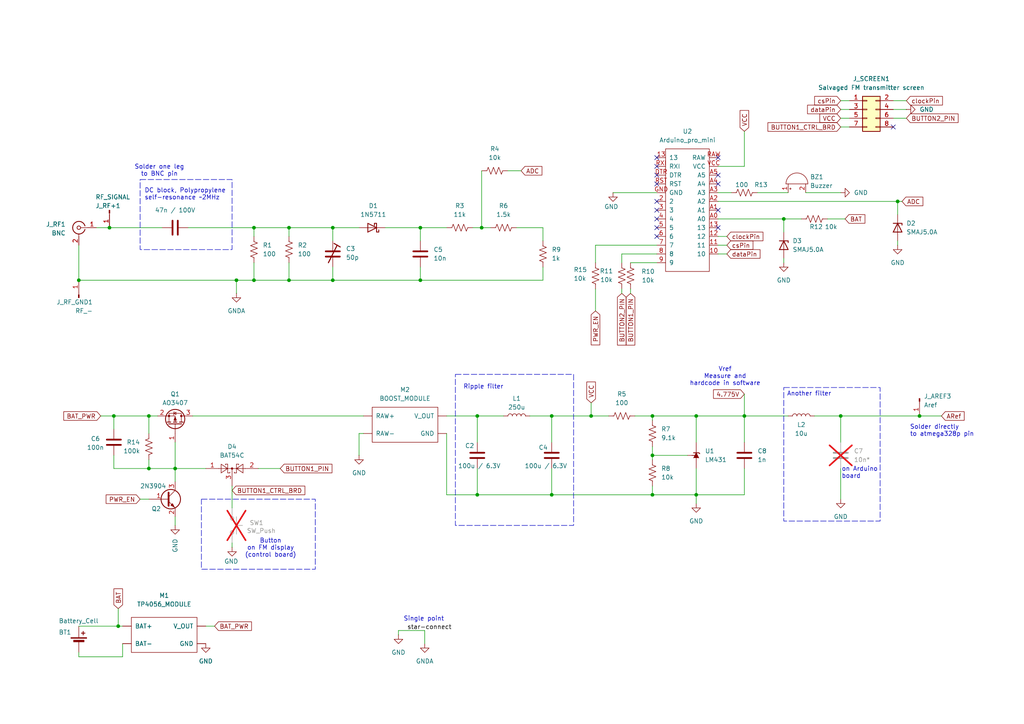
<source format=kicad_sch>
(kicad_sch (version 20231120) (generator "eeschema") (generator_version "8.0")
  (paper "A4")
  (lib_symbols
    (symbol "!my-kicad-library:2N3904" (pin_names (offset 0) hide)
      (property "Reference" "Q" (at 5.08 1.905 0))
      (property "Value" "2N3904" (at 5.08 0 0))
      (symbol "2N3904_0_1"
        (polyline (pts (xy 0.635 0.635) (xy 2.54 2.54)))
        (polyline (pts (xy 0.635 -0.635) (xy 2.54 -2.54) (xy 2.54 -2.54)))
        (polyline (pts (xy 0.635 1.905) (xy 0.635 -1.905) (xy 0.635 -1.905)) (stroke (width 0.508)))
        (polyline (pts (xy 1.27 -1.778) (xy 1.778 -1.27) (xy 2.286 -2.286) (xy 1.27 -1.778) (xy 1.27 -1.778)) (fill (type outline)))
        (circle (center 1.27 0) (radius 2.8194) (stroke (width 0.254)))
      )
      (symbol "2N3904_1_1"
        (pin passive line (at -5.08 0 0) (length 5.715) (name "B") (number "1"))
        (pin passive line (at 2.54 -5.08 90) (length 2.54) (name "E") (number "2"))
        (pin passive line (at 2.54 5.08 270) (length 2.54) (name "C") (number "3"))
      )
    )
    (symbol "!my-kicad-library:AO3407" (pin_names hide)
      (property "Reference" "Q1" (at 0 8.4115 90))
      (property "Value" "AO3407" (at 0 5.6364 90))
      (symbol "AO3407_0_1"
        (polyline (pts (xy 0.254 0) (xy -2.54 0)))
        (polyline (pts (xy 0.254 1.905) (xy 0.254 -1.905)) (stroke (width 0.254)))
        (polyline (pts (xy 0.762 -1.27) (xy 0.762 -2.286)) (stroke (width 0.254)))
        (polyline (pts (xy 0.762 0.508) (xy 0.762 -0.508)) (stroke (width 0.254)))
        (polyline (pts (xy 0.762 2.286) (xy 0.762 1.27)) (stroke (width 0.254)))
        (polyline (pts (xy 2.54 2.54) (xy 2.54 1.778)))
        (polyline (pts (xy 2.54 -2.54) (xy 2.54 0) (xy 0.762 0)))
        (polyline (pts (xy 0.762 1.778) (xy 3.302 1.778) (xy 3.302 -1.778) (xy 0.762 -1.778)))
        (polyline (pts (xy 2.286 0) (xy 1.27 0.381) (xy 1.27 -0.381) (xy 2.286 0)) (fill (type outline)))
        (polyline (pts (xy 2.794 -0.508) (xy 2.921 -0.381) (xy 3.683 -0.381) (xy 3.81 -0.254)))
        (polyline (pts (xy 3.302 -0.381) (xy 2.921 0.254) (xy 3.683 0.254) (xy 3.302 -0.381)))
        (circle (center 1.651 0) (radius 2.794) (stroke (width 0.254)))
        (circle (center 2.54 -1.778) (radius 0.254) (fill (type outline)))
        (circle (center 2.54 1.778) (radius 0.254) (fill (type outline)))
      )
      (symbol "AO3407_1_1"
        (pin input line (at -5.08 0 0) (length 2.54) (name "G") (number "1"))
        (pin passive line (at 2.54 -5.08 90) (length 2.54) (name "S") (number "2"))
        (pin passive line (at 2.54 5.08 270) (length 2.54) (name "D") (number "3"))
      )
    )
    (symbol "!my-kicad-library:Arduino_pro_mini" (pin_names (offset 1.016))
      (property "Reference" "U" (at -15.24 -2.54 0))
      (property "Value" "Arduino_pro_mini" (at 0 -20.32 0))
      (property "Footprint" "!my-kicad-library:ARDUINO_PRO_MINI_NO_A5" (at 0.762 -25.4 0))
      (symbol "Arduino_pro_mini_0_1"
        (rectangle (start -6.35 17.78) (end 6.35 -17.78))
      )
      (symbol "Arduino_pro_mini_1_1"
        (pin bidirectional line (at 8.89 -12.7 180) (length 2.54) (name "10") (number "10"))
        (pin bidirectional line (at 8.89 -10.16 180) (length 2.54) (name "11") (number "11"))
        (pin bidirectional line (at 8.89 -7.62 180) (length 2.54) (name "12") (number "12"))
        (pin bidirectional line (at -8.89 15.24 0) (length 2.54) (name "13") (number "13"))
        (pin bidirectional line (at 8.89 -5.08 180) (length 2.54) (name "13") (number "13"))
        (pin bidirectional line (at -8.89 2.54 0) (length 2.54) (name "2") (number "2"))
        (pin bidirectional line (at -8.89 0 0) (length 2.54) (name "3") (number "3"))
        (pin bidirectional line (at -8.89 -2.54 0) (length 2.54) (name "4") (number "4"))
        (pin bidirectional line (at -8.89 -5.08 0) (length 2.54) (name "5") (number "5"))
        (pin bidirectional line (at -8.89 -7.62 0) (length 2.54) (name "6") (number "6"))
        (pin bidirectional line (at -8.89 -10.16 0) (length 2.54) (name "7") (number "7"))
        (pin bidirectional line (at -8.89 -12.7 0) (length 2.54) (name "8") (number "8"))
        (pin bidirectional line (at -8.89 -15.24 0) (length 2.54) (name "9") (number "9"))
        (pin input line (at 8.89 -2.54 180) (length 2.54) (name "A0") (number "A0"))
        (pin input line (at 8.89 0 180) (length 2.54) (name "A1") (number "A1"))
        (pin input line (at 8.89 2.54 180) (length 2.54) (name "A2") (number "A2"))
        (pin input line (at 8.89 5.08 180) (length 2.54) (name "A3") (number "A3"))
        (pin input line (at 8.89 7.62 180) (length 2.54) (name "A4") (number "A4"))
        (pin input line (at 8.89 10.16 180) (length 2.54) (name "A5") (number "A5"))
        (pin input line (at -8.89 10.16 0) (length 2.54) (name "DTR") (number "DTR"))
        (pin power_in line (at -8.89 5.08 0) (length 2.54) (name "GND") (number "GND"))
        (pin power_in line (at 8.89 15.24 180) (length 2.54) (name "RAW") (number "RAW"))
        (pin input line (at -8.89 7.62 0) (length 2.54) (name "RST") (number "RST"))
        (pin input line (at -8.89 12.7 0) (length 2.54) (name "RXI") (number "RXI"))
        (pin power_in line (at 8.89 12.7 180) (length 2.54) (name "VCC") (number "VCC"))
      )
    )
    (symbol "!my-kicad-library:BOOST_MODULE" (pin_numbers hide) (pin_names (offset 1.016))
      (property "Reference" "M" (at 0.254 -11.684 0))
      (property "Value" "BOOST_MODULE" (at 0 7.62 0))
      (symbol "BOOST_MODULE_0_1"
        (rectangle (start -8.89 5.08) (end 10.16 -5.08))
      )
      (symbol "BOOST_MODULE_1_1"
        (pin power_in line (at -11.43 -2.54 0) (length 2.54) (name "RAW-") (number "1"))
        (pin power_in line (at -11.43 2.54 0) (length 2.54) (name "RAW+") (number "2"))
        (pin power_out line (at 12.7 2.54 180) (length 2.54) (name "V_OUT") (number "3"))
        (pin power_out line (at 12.7 -2.54 180) (length 2.54) (name "GND") (number "4"))
      )
    )
    (symbol "!my-kicad-library:LM431" (pin_numbers hide) (pin_names hide)
      (property "Reference" "U" (at 0 -2.54 0))
      (property "Value" "LM431" (at 0 -4.445 0))
      (symbol "LM431_0_1"
        (polyline (pts (xy -1.27 0) (xy 0 0) (xy 1.27 0)))
        (polyline (pts (xy -0.762 0.762) (xy 0.762 0) (xy -0.762 -0.762)) (fill (type outline)))
        (polyline (pts (xy 0.508 -1.016) (xy 0.762 -0.762) (xy 0.762 0.762) (xy 0.762 0.762)) (stroke (width 0.254)))
      )
      (symbol "LM431_1_1"
        (polyline (pts (xy 0 1.27) (xy 0 0)))
        (pin passive line (at 0 2.54 270) (length 2.54) (name "REF") (number "1"))
        (pin passive line (at -3.81 0 0) (length 2.54) (name "A") (number "2"))
        (pin passive line (at 3.81 0 180) (length 2.54) (name "K") (number "3"))
      )
    )
    (symbol "!my-kicad-library:TP4056_MODULE" (pin_numbers hide) (pin_names (offset 1.016))
      (property "Reference" "M" (at 0.254 -11.684 0))
      (property "Value" "BOOST_MODULE" (at 0 7.62 0))
      (symbol "TP4056_MODULE_0_1"
        (rectangle (start -8.89 3.81) (end 10.16 -6.35))
      )
      (symbol "TP4056_MODULE_1_1"
        (pin power_out line (at 13.97 -15.24 180) (length 2.54) hide (name "GND") (number "2"))
        (pin power_out line (at 12.7 1.27 180) (length 2.54) (name "V_OUT") (number "3"))
        (pin power_out line (at 12.7 -3.81 180) (length 2.54) (name "GND") (number "4"))
        (pin power_in line (at -11.43 1.27 0) (length 2.54) (name "BAT+") (number "5"))
        (pin power_in line (at -11.43 -3.81 0) (length 2.54) (name "BAT-") (number "6"))
      )
    )
    (symbol "Connector:Conn_01x01_Pin" (pin_names (offset 1.016) hide)
      (property "Reference" "J" (at 0 2.54 0))
      (property "Value" "Conn_01x01_Pin" (at 0 -2.54 0))
      (symbol "Conn_01x01_Pin_1_1"
        (polyline (pts (xy 1.27 0) (xy 0.8636 0)) (stroke (width 0.1524)))
        (rectangle (start 0.8636 0.127) (end 0 -0.127) (stroke (width 0.1524)) (fill (type outline)))
        (pin passive line (at 5.08 0 180) (length 3.81) (name "Pin_1") (number "1"))
      )
    )
    (symbol "Connector:Conn_Coaxial" (pin_names (offset 1.016) hide)
      (property "Reference" "J" (at 0.254 3.048 0))
      (property "Value" "Conn_Coaxial" (at 2.921 0 90))
      (symbol "Conn_Coaxial_0_1"
        (arc (start -1.778 -0.508) (mid 0.2311 -1.8066) (end 1.778 0) (stroke (width 0.254)))
        (polyline (pts (xy -2.54 0) (xy -0.508 0)))
        (polyline (pts (xy 0 -2.54) (xy 0 -1.778)))
        (circle (center 0 0) (radius 0.508) (stroke (width 0.2032)))
        (arc (start 1.778 0) (mid 0.2099 1.8101) (end -1.778 0.508) (stroke (width 0.254)))
      )
      (symbol "Conn_Coaxial_1_1"
        (pin passive line (at -5.08 0 0) (length 2.54) (name "In") (number "1"))
        (pin passive line (at 0 -5.08 90) (length 2.54) (name "Ext") (number "2"))
      )
    )
    (symbol "Connector_Generic:Conn_02x04_Odd_Even" (pin_names (offset 1.016) hide)
      (property "Reference" "J" (at 1.27 5.08 0))
      (property "Value" "Conn_02x04_Odd_Even" (at 1.27 -7.62 0))
      (symbol "Conn_02x04_Odd_Even_1_1"
        (rectangle (start -1.27 -4.953) (end 0 -5.207) (stroke (width 0.1524)))
        (rectangle (start -1.27 -2.413) (end 0 -2.667) (stroke (width 0.1524)))
        (rectangle (start -1.27 0.127) (end 0 -0.127) (stroke (width 0.1524)))
        (rectangle (start -1.27 2.667) (end 0 2.413) (stroke (width 0.1524)))
        (rectangle (start -1.27 3.81) (end 3.81 -6.35) (stroke (width 0.254)) (fill (type background)))
        (rectangle (start 3.81 -4.953) (end 2.54 -5.207) (stroke (width 0.1524)))
        (rectangle (start 3.81 -2.413) (end 2.54 -2.667) (stroke (width 0.1524)))
        (rectangle (start 3.81 0.127) (end 2.54 -0.127) (stroke (width 0.1524)))
        (rectangle (start 3.81 2.667) (end 2.54 2.413) (stroke (width 0.1524)))
        (pin passive line (at -5.08 2.54 0) (length 3.81) (name "Pin_1") (number "1"))
        (pin passive line (at 7.62 2.54 180) (length 3.81) (name "Pin_2") (number "2"))
        (pin passive line (at -5.08 0 0) (length 3.81) (name "Pin_3") (number "3"))
        (pin passive line (at 7.62 0 180) (length 3.81) (name "Pin_4") (number "4"))
        (pin passive line (at -5.08 -2.54 0) (length 3.81) (name "Pin_5") (number "5"))
        (pin passive line (at 7.62 -2.54 180) (length 3.81) (name "Pin_6") (number "6"))
        (pin passive line (at -5.08 -5.08 0) (length 3.81) (name "Pin_7") (number "7"))
        (pin passive line (at 7.62 -5.08 180) (length 3.81) (name "Pin_8") (number "8"))
      )
    )
    (symbol "Device:Battery_Cell" (pin_numbers hide) (pin_names (offset 0) hide)
      (property "Reference" "BT" (at 2.54 2.54 0))
      (property "Value" "Battery_Cell" (at 2.54 0 0))
      (symbol "Battery_Cell_0_1"
        (rectangle (start -2.286 1.778) (end 2.286 1.524) (fill (type outline)))
        (rectangle (start -1.524 1.016) (end 1.524 0.508) (fill (type outline)))
        (polyline (pts (xy 0 0.762) (xy 0 0)))
        (polyline (pts (xy 0 1.778) (xy 0 2.54)))
        (polyline (pts (xy 0.762 3.048) (xy 1.778 3.048)) (stroke (width 0.254)))
        (polyline (pts (xy 1.27 3.556) (xy 1.27 2.54)) (stroke (width 0.254)))
      )
      (symbol "Battery_Cell_1_1"
        (pin passive line (at 0 5.08 270) (length 2.54) (name "+") (number "1"))
        (pin passive line (at 0 -2.54 90) (length 2.54) (name "-") (number "2"))
      )
    )
    (symbol "Device:Buzzer" (pin_names (offset 0.0254) hide)
      (property "Reference" "BZ" (at 3.81 1.27 0))
      (property "Value" "Buzzer" (at 3.81 -1.27 0))
      (symbol "Buzzer_0_1"
        (arc (start 0 -3.175) (mid 3.1612 0) (end 0 3.175))
        (polyline (pts (xy -1.651 1.905) (xy -1.143 1.905)))
        (polyline (pts (xy -1.397 2.159) (xy -1.397 1.651)))
        (polyline (pts (xy 0 3.175) (xy 0 -3.175)))
      )
      (symbol "Buzzer_1_1"
        (pin passive line (at -2.54 2.54 0) (length 2.54) (name "+") (number "1"))
        (pin passive line (at -2.54 -2.54 0) (length 2.54) (name "-") (number "2"))
      )
    )
    (symbol "Device:C" (pin_numbers hide) (pin_names (offset 0.254))
      (property "Reference" "C" (at 0.635 2.54 0))
      (property "Value" "C" (at 0.635 -2.54 0))
      (symbol "C_0_1"
        (polyline (pts (xy -2.032 -0.762) (xy 2.032 -0.762)) (stroke (width 0.508)))
        (polyline (pts (xy -2.032 0.762) (xy 2.032 0.762)) (stroke (width 0.508)))
      )
      (symbol "C_1_1"
        (pin passive line (at 0 3.81 270) (length 2.794) (name "~") (number "1"))
        (pin passive line (at 0 -3.81 90) (length 2.794) (name "~") (number "2"))
      )
    )
    (symbol "Device:C_Trim" (pin_numbers hide) (pin_names (offset 0.254) hide)
      (property "Reference" "C" (at 1.524 -2.032 0))
      (property "Value" "C_Trim" (at 3.048 -3.556 0))
      (symbol "C_Trim_0_1"
        (polyline (pts (xy -2.032 -0.762) (xy 2.032 -0.762)) (stroke (width 0.508)))
        (polyline (pts (xy -2.032 0.762) (xy 2.032 0.762)) (stroke (width 0.508)))
        (polyline (pts (xy 1.27 2.54) (xy -1.27 -2.54)) (stroke (width 0.3048)))
        (polyline (pts (xy 1.27 2.54) (xy 0.381 3.048)) (stroke (width 0.3048)))
        (polyline (pts (xy 1.27 2.54) (xy 2.159 2.032)) (stroke (width 0.3048)))
      )
      (symbol "C_Trim_1_1"
        (pin passive line (at 0 3.81 270) (length 3.048) (name "~") (number "1"))
        (pin passive line (at 0 -3.81 90) (length 3.048) (name "~") (number "2"))
      )
    )
    (symbol "Device:L" (pin_numbers hide) (pin_names (offset 1.016) hide)
      (property "Reference" "L" (at -1.27 0 90))
      (property "Value" "L" (at 1.905 0 90))
      (symbol "L_0_1"
        (arc (start 0 -2.54) (mid 0.6323 -1.905) (end 0 -1.27))
        (arc (start 0 -1.27) (mid 0.6323 -0.635) (end 0 0))
        (arc (start 0 0) (mid 0.6323 0.635) (end 0 1.27))
        (arc (start 0 1.27) (mid 0.6323 1.905) (end 0 2.54))
      )
      (symbol "L_1_1"
        (pin passive line (at 0 3.81 270) (length 1.27) (name "1") (number "1"))
        (pin passive line (at 0 -3.81 90) (length 1.27) (name "2") (number "2"))
      )
    )
    (symbol "Device:R_US" (pin_numbers hide) (pin_names (offset 0))
      (property "Reference" "R" (at 2.54 0 90))
      (property "Value" "R_US" (at -2.54 0 90))
      (symbol "R_US_0_1"
        (polyline (pts (xy 0 -2.286) (xy 0 -2.54)))
        (polyline (pts (xy 0 2.286) (xy 0 2.54)))
        (polyline (pts (xy 0 -0.762) (xy 1.016 -1.143) (xy 0 -1.524) (xy -1.016 -1.905) (xy 0 -2.286)))
        (polyline (pts (xy 0 0.762) (xy 1.016 0.381) (xy 0 0) (xy -1.016 -0.381) (xy 0 -0.762)))
        (polyline (pts (xy 0 2.286) (xy 1.016 1.905) (xy 0 1.524) (xy -1.016 1.143) (xy 0 0.762)))
      )
      (symbol "R_US_1_1"
        (pin passive line (at 0 3.81 270) (length 1.27) (name "~") (number "1"))
        (pin passive line (at 0 -3.81 90) (length 1.27) (name "~") (number "2"))
      )
    )
    (symbol "Diode:1N5711" (pin_numbers hide) (pin_names (offset 1.016) hide)
      (property "Reference" "D" (at 0 2.54 0))
      (property "Value" "1N5711" (at 0 -2.54 0))
      (symbol "1N5711_0_1"
        (polyline (pts (xy 1.27 0) (xy -1.27 0)))
        (polyline (pts (xy 1.27 1.27) (xy 1.27 -1.27) (xy -1.27 0) (xy 1.27 1.27)) (stroke (width 0.254)))
        (polyline (pts (xy -1.905 0.635) (xy -1.905 1.27) (xy -1.27 1.27) (xy -1.27 -1.27) (xy -0.635 -1.27) (xy -0.635 -0.635)) (stroke (width 0.254)))
      )
      (symbol "1N5711_1_1"
        (pin passive line (at -3.81 0 0) (length 2.54) (name "K") (number "1"))
        (pin passive line (at 3.81 0 180) (length 2.54) (name "A") (number "2"))
      )
    )
    (symbol "Diode:BAT54C" (pin_names (offset 1.016))
      (property "Reference" "D" (at 0.635 -3.81 0))
      (property "Value" "BAT54C" (at -6.35 3.175 0))
      (symbol "BAT54C_0_1"
        (polyline (pts (xy -1.905 0) (xy 1.905 0)))
        (polyline (pts (xy -1.905 1.27) (xy -1.905 1.016)))
        (polyline (pts (xy -1.27 -1.27) (xy -0.635 -1.27)))
        (polyline (pts (xy -1.27 0) (xy -3.81 0)))
        (polyline (pts (xy -1.27 1.27) (xy -1.905 1.27)))
        (polyline (pts (xy -1.27 1.27) (xy -1.27 -1.27)))
        (polyline (pts (xy -0.635 -1.27) (xy -0.635 -1.016)))
        (polyline (pts (xy 0.635 -1.27) (xy 0.635 -1.016)))
        (polyline (pts (xy 1.27 -1.27) (xy 0.635 -1.27)))
        (polyline (pts (xy 1.27 1.27) (xy 1.27 -1.27)))
        (polyline (pts (xy 1.27 1.27) (xy 1.905 1.27)))
        (polyline (pts (xy 1.905 1.27) (xy 1.905 1.016)))
        (polyline (pts (xy 3.81 0) (xy 1.27 0)))
        (polyline (pts (xy -3.175 -1.27) (xy -3.175 1.27) (xy -1.27 0) (xy -3.175 -1.27)))
        (polyline (pts (xy 3.175 -1.27) (xy 3.175 1.27) (xy 1.27 0) (xy 3.175 -1.27)))
        (circle (center 0 0) (radius 0.254) (fill (type outline)))
      )
      (symbol "BAT54C_1_1"
        (pin passive line (at -7.62 0 0) (length 3.81) (name "~") (number "1"))
        (pin passive line (at 7.62 0 180) (length 3.81) (name "~") (number "2"))
        (pin passive line (at 0 -5.08 90) (length 5.08) (name "~") (number "3"))
      )
    )
    (symbol "Diode:PTVS5V0Z1USK" (pin_numbers hide) (pin_names hide)
      (property "Reference" "D" (at 0 2.54 0))
      (property "Value" "PTVS5V0Z1USK" (at 0 -2.54 0))
      (symbol "PTVS5V0Z1USK_0_1"
        (polyline (pts (xy 1.27 0) (xy -1.27 0)))
        (polyline (pts (xy -1.27 -1.27) (xy -1.27 1.27) (xy -0.762 1.27)) (stroke (width 0.254)))
        (polyline (pts (xy 1.27 -1.27) (xy 1.27 1.27) (xy -1.27 0) (xy 1.27 -1.27)) (stroke (width 0.254)))
      )
      (symbol "PTVS5V0Z1USK_1_1"
        (pin passive line (at -3.81 0 0) (length 2.54) (name "K") (number "1"))
        (pin passive line (at 3.81 0 180) (length 2.54) (name "A") (number "2"))
      )
    )
    (symbol "Switch:SW_Push" (pin_numbers hide) (pin_names (offset 1.016) hide)
      (property "Reference" "SW" (at 1.27 2.54 0))
      (property "Value" "SW_Push" (at 0 -1.524 0))
      (symbol "SW_Push_0_1"
        (circle (center -2.032 0) (radius 0.508))
        (polyline (pts (xy 0 1.27) (xy 0 3.048)))
        (polyline (pts (xy 2.54 1.27) (xy -2.54 1.27)))
        (circle (center 2.032 0) (radius 0.508))
        (pin passive line (at -5.08 0 0) (length 2.54) (name "1") (number "1"))
        (pin passive line (at 5.08 0 180) (length 2.54) (name "2") (number "2"))
      )
    )
    (symbol "power:GND" (power) (pin_numbers hide) (pin_names (offset 0) hide)
      (property "Value" "GND" (at 0 -3.81 0))
      (symbol "GND_0_1"
        (polyline (pts (xy 0 0) (xy 0 -1.27) (xy 1.27 -1.27) (xy 0 -2.54) (xy -1.27 -1.27) (xy 0 -1.27)))
      )
      (symbol "GND_1_1"
        (pin power_in line (at 0 0 270) (length 0) (name "~") (number "1"))
      )
    )
    (symbol "power:GNDA" (power) (pin_numbers hide) (pin_names (offset 0) hide)
      (property "Value" "GNDA" (at 0 -3.81 0))
      (symbol "GNDA_0_1"
        (polyline (pts (xy 0 0) (xy 0 -1.27) (xy 1.27 -1.27) (xy 0 -2.54) (xy -1.27 -1.27) (xy 0 -1.27)))
      )
      (symbol "GNDA_1_1"
        (pin power_in line (at 0 0 270) (length 0) (name "~") (number "1"))
      )
    )
  )
  (junction (at 22.86 81.28))
  (junction (at 83.82 81.28))
  (junction (at 260.35 58.42))
  (junction (at 50.8 135.89))
  (junction (at 189.23 132.08))
  (junction (at 73.66 81.28))
  (junction (at 243.84 120.65))
  (junction (at 227.33 63.5))
  (junction (at 201.93 120.65))
  (junction (at 215.9 120.65))
  (junction (at 31.75 66.04))
  (junction (at 68.58 81.28))
  (junction (at 160.02 143.51))
  (junction (at 139.7 66.04))
  (junction (at 43.18 120.65))
  (junction (at 96.52 81.28))
  (junction (at 160.02 120.65))
  (junction (at 33.02 120.65))
  (junction (at 201.93 143.51))
  (junction (at 43.18 135.89))
  (junction (at 96.52 66.04))
  (junction (at 138.43 120.65))
  (junction (at 34.29 181.61))
  (junction (at 171.45 120.65))
  (junction (at 189.23 143.51))
  (junction (at 138.43 143.51))
  (junction (at 83.82 66.04))
  (junction (at 121.92 81.28))
  (junction (at 121.92 66.04))
  (junction (at 189.23 120.65))
  (junction (at 266.7 120.65))
  (junction (at 73.66 66.04))
  (no_connect (at 190.5 66.04))
  (no_connect (at 190.5 50.8))
  (no_connect (at 208.28 53.34))
  (no_connect (at 208.28 50.8))
  (no_connect (at 190.5 48.26))
  (no_connect (at 208.28 45.72))
  (no_connect (at 259.08 36.83))
  (no_connect (at 190.5 58.42))
  (no_connect (at 190.5 45.72))
  (no_connect (at 190.5 63.5))
  (no_connect (at 190.5 60.96))
  (no_connect (at 208.28 60.96))
  (no_connect (at 208.28 66.04))
  (no_connect (at 190.5 68.58))
  (no_connect (at 190.5 53.34))
  (wire (pts (xy 177.8 55.88) (xy 190.5 55.88)))
  (wire (pts (xy 139.7 49.53) (xy 139.7 66.04)))
  (wire (pts (xy 208.28 55.88) (xy 212.09 55.88)))
  (wire (pts (xy 73.66 81.28) (xy 83.82 81.28)))
  (wire (pts (xy 153.67 120.65) (xy 160.02 120.65)))
  (wire (pts (xy 73.66 66.04) (xy 73.66 68.58)))
  (wire (pts (xy 73.66 66.04) (xy 83.82 66.04)))
  (wire (pts (xy 22.86 81.28) (xy 22.86 71.12)))
  (wire (pts (xy 129.54 143.51) (xy 138.43 143.51)))
  (wire (pts (xy 111.76 66.04) (xy 121.92 66.04)))
  (wire (pts (xy 180.34 73.66) (xy 180.34 76.2)))
  (wire (pts (xy 236.22 120.65) (xy 243.84 120.65)))
  (wire (pts (xy 157.48 77.47) (xy 157.48 81.28)))
  (wire (pts (xy 160.02 143.51) (xy 189.23 143.51)))
  (wire (pts (xy 83.82 81.28) (xy 96.52 81.28)))
  (wire (pts (xy 96.52 81.28) (xy 121.92 81.28)))
  (wire (pts (xy 96.52 77.47) (xy 96.52 81.28)))
  (wire (pts (xy 210.82 68.58) (xy 208.28 68.58)))
  (wire (pts (xy 260.35 69.85) (xy 260.35 71.12)))
  (wire (pts (xy 151.13 49.53) (xy 147.32 49.53)))
  (wire (pts (xy 34.29 181.61) (xy 35.56 181.61)))
  (wire (pts (xy 180.34 83.82) (xy 180.34 85.09)))
  (wire (pts (xy 22.86 181.61) (xy 34.29 181.61)))
  (wire (pts (xy 129.54 125.73) (xy 129.54 143.51)))
  (wire (pts (xy 129.54 120.65) (xy 138.43 120.65)))
  (wire (pts (xy 219.71 55.88) (xy 228.6 55.88)))
  (wire (pts (xy 33.02 120.65) (xy 33.02 124.46)))
  (wire (pts (xy 171.45 120.65) (xy 176.53 120.65)))
  (wire (pts (xy 50.8 139.7) (xy 50.8 135.89)))
  (wire (pts (xy 201.93 135.89) (xy 201.93 143.51)))
  (wire (pts (xy 243.84 36.83) (xy 246.38 36.83)))
  (wire (pts (xy 27.94 66.04) (xy 31.75 66.04)))
  (wire (pts (xy 33.02 120.65) (xy 43.18 120.65)))
  (wire (pts (xy 43.18 135.89) (xy 43.18 133.35)))
  (wire (pts (xy 208.28 58.42) (xy 260.35 58.42)))
  (wire (pts (xy 123.19 182.88) (xy 123.19 186.69)))
  (wire (pts (xy 67.31 158.75) (xy 67.31 157.48)))
  (wire (pts (xy 201.93 120.65) (xy 201.93 128.27)))
  (wire (pts (xy 33.02 132.08) (xy 33.02 135.89)))
  (wire (pts (xy 157.48 66.04) (xy 157.48 69.85)))
  (wire (pts (xy 243.84 31.75) (xy 246.38 31.75)))
  (wire (pts (xy 139.7 66.04) (xy 142.24 66.04)))
  (wire (pts (xy 83.82 66.04) (xy 83.82 68.58)))
  (wire (pts (xy 227.33 63.5) (xy 232.41 63.5)))
  (wire (pts (xy 259.08 34.29) (xy 262.89 34.29)))
  (wire (pts (xy 138.43 120.65) (xy 146.05 120.65)))
  (wire (pts (xy 215.9 48.26) (xy 208.28 48.26)))
  (wire (pts (xy 137.16 66.04) (xy 139.7 66.04)))
  (wire (pts (xy 243.84 120.65) (xy 266.7 120.65)))
  (wire (pts (xy 96.52 66.04) (xy 104.14 66.04)))
  (wire (pts (xy 227.33 74.93) (xy 227.33 76.2)))
  (wire (pts (xy 243.84 135.89) (xy 243.84 144.78)))
  (wire (pts (xy 73.66 76.2) (xy 73.66 81.28)))
  (wire (pts (xy 260.35 58.42) (xy 261.62 58.42)))
  (wire (pts (xy 189.23 120.65) (xy 201.93 120.65)))
  (wire (pts (xy 68.58 81.28) (xy 22.86 81.28)))
  (wire (pts (xy 240.03 63.5) (xy 245.11 63.5)))
  (wire (pts (xy 22.86 190.5) (xy 35.56 190.5)))
  (wire (pts (xy 215.9 120.65) (xy 228.6 120.65)))
  (wire (pts (xy 73.66 81.28) (xy 68.58 81.28)))
  (wire (pts (xy 50.8 149.86) (xy 50.8 152.4)))
  (wire (pts (xy 243.84 29.21) (xy 246.38 29.21)))
  (wire (pts (xy 208.28 63.5) (xy 227.33 63.5)))
  (wire (pts (xy 215.9 114.3) (xy 215.9 120.65)))
  (wire (pts (xy 104.14 125.73) (xy 105.41 125.73)))
  (wire (pts (xy 157.48 81.28) (xy 121.92 81.28)))
  (wire (pts (xy 201.93 120.65) (xy 215.9 120.65)))
  (wire (pts (xy 215.9 143.51) (xy 201.93 143.51)))
  (wire (pts (xy 266.7 120.65) (xy 273.05 120.65)))
  (wire (pts (xy 29.21 120.65) (xy 33.02 120.65)))
  (wire (pts (xy 259.08 31.75) (xy 262.89 31.75)))
  (wire (pts (xy 184.15 120.65) (xy 189.23 120.65)))
  (wire (pts (xy 83.82 76.2) (xy 83.82 81.28)))
  (wire (pts (xy 199.39 132.08) (xy 189.23 132.08)))
  (wire (pts (xy 115.57 182.88) (xy 123.19 182.88)))
  (wire (pts (xy 243.84 34.29) (xy 246.38 34.29)))
  (wire (pts (xy 172.72 71.12) (xy 190.5 71.12)))
  (wire (pts (xy 138.43 120.65) (xy 138.43 128.27)))
  (wire (pts (xy 149.86 66.04) (xy 157.48 66.04)))
  (wire (pts (xy 67.31 140.97) (xy 67.31 147.32)))
  (wire (pts (xy 35.56 190.5) (xy 35.56 186.69)))
  (wire (pts (xy 55.88 120.65) (xy 105.41 120.65)))
  (wire (pts (xy 171.45 116.84) (xy 171.45 120.65)))
  (wire (pts (xy 138.43 143.51) (xy 160.02 143.51)))
  (wire (pts (xy 215.9 120.65) (xy 215.9 128.27)))
  (wire (pts (xy 115.57 182.88) (xy 115.57 184.15)))
  (wire (pts (xy 189.23 143.51) (xy 201.93 143.51)))
  (wire (pts (xy 50.8 135.89) (xy 59.69 135.89)))
  (wire (pts (xy 208.28 71.12) (xy 210.82 71.12)))
  (wire (pts (xy 189.23 132.08) (xy 189.23 129.54)))
  (wire (pts (xy 172.72 76.2) (xy 172.72 71.12)))
  (wire (pts (xy 259.08 29.21) (xy 262.89 29.21)))
  (wire (pts (xy 138.43 135.89) (xy 138.43 143.51)))
  (wire (pts (xy 208.28 73.66) (xy 210.82 73.66)))
  (wire (pts (xy 201.93 143.51) (xy 201.93 146.05)))
  (wire (pts (xy 182.88 83.82) (xy 182.88 85.09)))
  (wire (pts (xy 104.14 132.08) (xy 104.14 125.73)))
  (wire (pts (xy 215.9 38.1) (xy 215.9 48.26)))
  (wire (pts (xy 160.02 120.65) (xy 171.45 120.65)))
  (wire (pts (xy 121.92 66.04) (xy 121.92 69.85)))
  (wire (pts (xy 189.23 140.97) (xy 189.23 143.51)))
  (wire (pts (xy 189.23 132.08) (xy 189.23 133.35)))
  (wire (pts (xy 121.92 77.47) (xy 121.92 81.28)))
  (wire (pts (xy 233.68 55.88) (xy 243.84 55.88)))
  (wire (pts (xy 40.64 144.78) (xy 43.18 144.78)))
  (wire (pts (xy 190.5 73.66) (xy 180.34 73.66)))
  (wire (pts (xy 96.52 66.04) (xy 96.52 69.85)))
  (wire (pts (xy 160.02 135.89) (xy 160.02 143.51)))
  (wire (pts (xy 43.18 125.73) (xy 43.18 120.65)))
  (wire (pts (xy 74.93 135.89) (xy 81.28 135.89)))
  (wire (pts (xy 31.75 66.04) (xy 46.99 66.04)))
  (wire (pts (xy 59.69 181.61) (xy 62.23 181.61)))
  (wire (pts (xy 50.8 135.89) (xy 43.18 135.89)))
  (wire (pts (xy 50.8 128.27) (xy 50.8 135.89)))
  (wire (pts (xy 121.92 66.04) (xy 129.54 66.04)))
  (wire (pts (xy 22.86 189.23) (xy 22.86 190.5)))
  (wire (pts (xy 215.9 135.89) (xy 215.9 143.51)))
  (wire (pts (xy 34.29 176.53) (xy 34.29 181.61)))
  (wire (pts (xy 33.02 135.89) (xy 43.18 135.89)))
  (wire (pts (xy 260.35 62.23) (xy 260.35 58.42)))
  (wire (pts (xy 68.58 81.28) (xy 68.58 85.09)))
  (wire (pts (xy 54.61 66.04) (xy 73.66 66.04)))
  (wire (pts (xy 172.72 83.82) (xy 172.72 90.17)))
  (wire (pts (xy 83.82 66.04) (xy 96.52 66.04)))
  (wire (pts (xy 243.84 120.65) (xy 243.84 128.27)))
  (wire (pts (xy 227.33 67.31) (xy 227.33 63.5)))
  (wire (pts (xy 160.02 120.65) (xy 160.02 128.27)))
  (wire (pts (xy 189.23 121.92) (xy 189.23 120.65)))
  (wire (pts (xy 182.88 76.2) (xy 190.5 76.2)))
  (wire (pts (xy 43.18 120.65) (xy 45.72 120.65)))
  (rectangle (start 227.33 112.395) (end 255.27 151.13) (stroke (width 0) (type dash)))
  (rectangle (start 58.42 144.78) (end 91.44 165.1) (stroke (width 0) (type dash)))
  (rectangle (start 40.64 52.07) (end 67.31 72.39) (stroke (width 0) (type dash)))
  (rectangle (start 132.08 108.585) (end 166.37 152.4) (stroke (width 0) (type dash)))
  (text "Ripple filter" (at 134.366 112.268 0) (effects (font (size 1.27 1.27)) (justify left)))
  (text "Vref\nMeasure and\nhardcode in software" (at 210.312 109.22 0) (effects (font (size 1.27 1.27))))
  (text "Another filter" (at 234.696 114.3 0) (effects (font (size 1.27 1.27))))
  (text "DC block, Polypropylene \nself-resonance ~2MHz" (at 41.91 56.388 0) (effects (font (size 1.27 1.27)) (justify left)))
  (text "Button\non FM display\n(control board)" (at 78.486 159.004 0) (effects (font (size 1.27 1.27))))
  (text "Solder one leg\nto BNC pin" (at 46.228 49.53 0) (effects (font (size 1.27 1.27))))
  (text "Single point" (at 122.936 179.578 0) (effects (font (size 1.27 1.27))))
  (text "on Arduino \nboard" (at 244.094 137.16 0) (effects (font (size 1.27 1.27)) (justify left)))
  (text "Solder directly\nto atmega328p pin" (at 263.906 124.968 0) (effects (font (size 1.27 1.27)) (justify left)))
  (label "star-connect" (at 118.11 182.88 0))
  (global_label "ADC" (shape input) (at 261.62 58.42 0) (property "Intersheetrefs" "${INTERSHEET_REFS}" (effects (hide yes))))
  (global_label "BUTTON1_PIN" (shape input) (at 182.88 85.09 270) (property "Intersheetrefs" "${INTERSHEET_REFS}" (effects (hide yes))))
  (global_label "VCC" (shape input) (at 243.84 34.29 180) (property "Intersheetrefs" "${INTERSHEET_REFS}" (effects (hide yes))))
  (global_label "clockPin" (shape input) (at 210.82 68.58 0) (property "Intersheetrefs" "${INTERSHEET_REFS}" (effects (hide yes))))
  (global_label "BUTTON2_PIN" (shape input) (at 262.89 34.29 0) (property "Intersheetrefs" "${INTERSHEET_REFS}" (effects (hide yes))))
  (global_label "BAT" (shape input) (at 245.11 63.5 0) (property "Intersheetrefs" "${INTERSHEET_REFS}" (effects (hide yes))))
  (global_label "PWR_EN" (shape input) (at 40.64 144.78 180) (property "Intersheetrefs" "${INTERSHEET_REFS}" (effects (hide yes))))
  (global_label "BAT_PWR" (shape input) (at 29.21 120.65 180) (property "Intersheetrefs" "${INTERSHEET_REFS}" (effects (hide yes))))
  (global_label "BUTTON2_PIN" (shape input) (at 180.34 85.09 270) (property "Intersheetrefs" "${INTERSHEET_REFS}" (effects (hide yes))))
  (global_label "VCC" (shape input) (at 215.9 38.1 90) (property "Intersheetrefs" "${INTERSHEET_REFS}" (effects (hide yes))))
  (global_label "ARef" (shape input) (at 273.05 120.65 0) (property "Intersheetrefs" "${INTERSHEET_REFS}" (effects (hide yes))))
  (global_label "BUTTON1_CTRL_BRD" (shape input) (at 243.84 36.83 180) (property "Intersheetrefs" "${INTERSHEET_REFS}" (effects (hide yes))))
  (global_label "BAT" (shape input) (at 34.29 176.53 90) (property "Intersheetrefs" "${INTERSHEET_REFS}" (effects (hide yes))))
  (global_label "BAT_PWR" (shape input) (at 62.23 181.61 0) (property "Intersheetrefs" "${INTERSHEET_REFS}" (effects (hide yes))))
  (global_label "csPin" (shape input) (at 210.82 71.12 0) (property "Intersheetrefs" "${INTERSHEET_REFS}" (effects (hide yes))))
  (global_label "csPin" (shape input) (at 243.84 29.21 180) (property "Intersheetrefs" "${INTERSHEET_REFS}" (effects (hide yes))))
  (global_label "dataPin" (shape input) (at 210.82 73.66 0) (property "Intersheetrefs" "${INTERSHEET_REFS}" (effects (hide yes))))
  (global_label "BUTTON1_PIN" (shape input) (at 81.28 135.89 0) (property "Intersheetrefs" "${INTERSHEET_REFS}" (effects (hide yes))))
  (global_label "ADC" (shape input) (at 151.13 49.53 0) (property "Intersheetrefs" "${INTERSHEET_REFS}" (effects (hide yes))))
  (global_label "dataPin" (shape input) (at 243.84 31.75 180) (property "Intersheetrefs" "${INTERSHEET_REFS}" (effects (hide yes))))
  (global_label "VCC" (shape input) (at 171.45 116.84 90) (property "Intersheetrefs" "${INTERSHEET_REFS}" (effects (hide yes))))
  (global_label "PWR_EN" (shape input) (at 172.72 90.17 270) (property "Intersheetrefs" "${INTERSHEET_REFS}" (effects (hide yes))))
  (global_label "4.775V" (shape input) (at 215.9 114.3 180) (property "Intersheetrefs" "${INTERSHEET_REFS}" (effects (hide yes))))
  (global_label "BUTTON1_CTRL_BRD" (shape input) (at 67.31 142.24 0) (property "Intersheetrefs" "${INTERSHEET_REFS}" (effects (hide yes))))
  (global_label "clockPin" (shape input) (at 262.89 29.21 0) (property "Intersheetrefs" "${INTERSHEET_REFS}" (effects (hide yes))))
  (symbol (lib_id "power:GND") (at 177.8 55.88 0) (unit 1)
    (property "Reference" "#PWR07" (effects (hide yes)))
    (property "Value" "GND" (at 175.26 59.944 0) (effects (justify left)))
    (property "Description" "Power symbol creates a global label with name \"GND\" , ground" (effects (hide yes)))
  )
  (symbol (lib_id "Device:C") (at 215.9 132.08 0) (unit 1)
    (property "Reference" "C8" (at 219.71 130.8099 0) (effects (justify left)))
    (property "Value" "1n" (at 219.71 133.3499 0) (effects (justify left)))
    (property "Footprint" "Capacitor_SMD:C_1206_3216Metric" (effects (hide yes)))
    (property "Description" "Unpolarized capacitor" (effects (hide yes)))
  )
  (symbol (lib_id "Diode:PTVS5V0Z1USK") (at 227.33 71.12 270) (unit 1)
    (property "Reference" "D3" (at 229.87 69.8499 90) (effects (justify left)))
    (property "Value" "SMAJ5.0A" (at 229.87 72.3899 90) (effects (justify left)))
    (property "Footprint" "Diode_SMD:D_SMA" (effects (hide yes)))
    (property "Datasheet" "https://www.littelfuse.com/assetdocs/tvs-diodes-smbj-series-datasheet?assetguid=09a6ae9a-73cb-4ac4-acac-e6dab92ab953" (effects (hide yes)))
    (property "Description" "5V, 1200W TVS unidirectional diode, DSN1608-2" (effects (hide yes)))
  )
  (symbol (lib_id "Device:C") (at 138.43 132.08 0) (unit 1)
    (property "Reference" "C2" (at 134.874 129.286 0) (effects (justify left)))
    (property "Value" "100u / 6.3V" (at 132.842 135.128 0) (effects (justify left)))
    (property "Footprint" "Capacitor_SMD:C_1206_3216Metric" (effects (hide yes)))
    (property "Description" "Unpolarized capacitor" (effects (hide yes)))
  )
  (symbol (lib_id "power:GND") (at 227.33 76.2 0) (unit 1)
    (property "Reference" "#PWR06" (effects (hide yes)))
    (property "Value" "GND" (at 227.33 81.28 0))
    (property "Description" "Power symbol creates a global label with name \"GND\" , ground" (effects (hide yes)))
  )
  (symbol (lib_id "Device:R_US") (at 157.48 73.66 0) (unit 1)
    (property "Reference" "R9" (at 160.02 72.3899 0) (effects (justify left)))
    (property "Value" "1k" (at 160.02 74.9299 0) (effects (justify left)))
    (property "Footprint" "Resistor_SMD:R_0805_2012Metric" (effects (hide yes)))
    (property "Description" "Resistor, US symbol" (effects (hide yes)))
  )
  (symbol (lib_id "Device:R_US") (at 189.23 137.16 0) (unit 1)
    (property "Reference" "R8" (at 191.77 135.8899 0) (effects (justify left)))
    (property "Value" "10k" (at 191.77 138.4299 0) (effects (justify left)))
    (property "Footprint" "Resistor_SMD:R_0805_2012Metric" (effects (hide yes)))
    (property "Description" "Resistor, US symbol" (effects (hide yes)))
  )
  (symbol (lib_id "Device:R_US") (at 73.66 72.39 0) (unit 1)
    (property "Reference" "R1" (at 76.2 71.1199 0) (effects (justify left)))
    (property "Value" "100" (at 76.2 73.6599 0) (effects (justify left)))
    (property "Footprint" "Resistor_THT:R_Axial_DIN0922_L20.0mm_D9.0mm_P25.40mm_Horizontal" (effects (hide yes)))
    (property "Description" "Resistor, US symbol" (effects (hide yes)))
  )
  (symbol (lib_id "!my-kicad-library:2N3904") (at 48.26 144.78 0) (unit 1)
    (property "Reference" "Q2" (at 43.942 147.574 0) (effects (justify left)))
    (property "Value" "2N3904" (at 40.64 140.97 0) (effects (justify left)))
    (property "Footprint" "Package_TO_SOT_SMD:SOT-23" (effects (hide yes)))
    (property "Datasheet" "https://www.onsemi.com/pub/Collateral/2N3903-D.PDF" (effects (hide yes)))
    (property "Description" "0.2A Ic, 40V Vce, Small Signal NPN Transistor, TO-92" (effects (hide yes)))
  )
  (symbol (lib_id "power:GNDA") (at 123.19 186.69 0) (unit 1)
    (property "Reference" "#PWR014" (effects (hide yes)))
    (property "Value" "GNDA" (at 123.19 191.77 0))
    (property "Description" "Power symbol creates a global label with name \"GNDA\" , analog ground" (effects (hide yes)))
  )
  (symbol (lib_id "Device:Buzzer") (at 231.14 53.34 90) (unit 1)
    (property "Reference" "BZ1" (at 234.95 51.3148 90) (effects (justify right)))
    (property "Value" "Buzzer" (at 234.95 53.8548 90) (effects (justify right)))
    (property "Footprint" "Buzzer_Beeper:Buzzer_12x9.5RM7.6" (effects (hide yes)))
    (property "Description" "Buzzer, polarized" (effects (hide yes)))
  )
  (symbol (lib_id "power:GND") (at 115.57 184.15 0) (unit 1)
    (property "Reference" "#PWR013" (effects (hide yes)))
    (property "Value" "GND" (at 115.57 189.23 0))
    (property "Description" "Power symbol creates a global label with name \"GND\" , ground" (effects (hide yes)))
  )
  (symbol (lib_id "Device:L") (at 232.41 120.65 90) (unit 1)
    (property "Reference" "L2" (at 232.41 123.19 90))
    (property "Value" "10u" (at 232.41 125.73 90))
    (property "Footprint" "Inductor_SMD:L_0805_2012Metric" (effects (hide yes)))
    (property "Description" "Inductor" (effects (hide yes)))
  )
  (symbol (lib_id "Device:R_US") (at 236.22 63.5 270) (unit 1)
    (property "Reference" "R12" (at 236.728 65.786 90))
    (property "Value" "10k" (at 241.046 65.786 90))
    (property "Footprint" "Resistor_SMD:R_0805_2012Metric" (effects (hide yes)))
    (property "Description" "Resistor, US symbol" (effects (hide yes)))
  )
  (symbol (lib_id "Device:C") (at 33.02 128.27 0) (mirror x) (unit 1)
    (property "Reference" "C6" (at 27.686 127.254 0))
    (property "Value" "100n" (at 27.686 129.794 0))
    (property "Footprint" "Capacitor_SMD:C_1206_3216Metric" (effects (hide yes)))
    (property "Description" "Unpolarized capacitor" (effects (hide yes)))
  )
  (symbol (lib_id "power:GND") (at 262.89 31.75 90) (unit 1)
    (property "Reference" "#PWR04" (effects (hide yes)))
    (property "Value" "GND" (at 266.7 31.7499 90) (effects (justify right)))
    (property "Description" "Power symbol creates a global label with name \"GND\" , ground" (effects (hide yes)))
  )
  (symbol (lib_id "Device:R_US") (at 180.34 120.65 270) (unit 1)
    (property "Reference" "R5" (at 180.34 114.3 90))
    (property "Value" "100" (at 180.34 116.84 90))
    (property "Footprint" "Resistor_SMD:R_0805_2012Metric" (effects (hide yes)))
    (property "Description" "Resistor, US symbol" (effects (hide yes)))
  )
  (symbol (lib_id "Device:R_US") (at 182.88 80.01 0) (unit 1)
    (property "Reference" "R10" (at 187.96 78.74 0))
    (property "Value" "10k" (at 187.96 81.28 0))
    (property "Footprint" "Resistor_SMD:R_0805_2012Metric" (effects (hide yes)))
    (property "Description" "Resistor, US symbol" (effects (hide yes)))
  )
  (symbol (lib_id "Device:R_US") (at 189.23 125.73 0) (unit 1)
    (property "Reference" "R7" (at 191.77 124.4599 0) (effects (justify left)))
    (property "Value" "9.1k" (at 191.77 126.9999 0) (effects (justify left)))
    (property "Footprint" "Resistor_SMD:R_0805_2012Metric" (effects (hide yes)))
    (property "Description" "Resistor, US symbol" (effects (hide yes)))
  )
  (symbol (lib_id "!my-kicad-library:LM431") (at 201.93 132.08 90) (unit 1)
    (property "Reference" "U1" (at 204.47 130.8099 90) (effects (justify right)))
    (property "Value" "LM431" (at 204.47 133.3499 90) (effects (justify right)))
    (property "Footprint" "Package_TO_SOT_THT:TO-92L_HandSolder" (effects (hide yes)))
    (property "Datasheet" "http://www.ti.com/lit/ds/symlink/lm431.pdf" (effects (hide yes)))
    (property "Description" "Shunt Regulator, SO-8" (effects (hide yes)))
  )
  (symbol (lib_id "Diode:PTVS5V0Z1USK") (at 260.35 66.04 270) (unit 1)
    (property "Reference" "D2" (at 262.89 64.7699 90) (effects (justify left)))
    (property "Value" "SMAJ5.0A" (at 262.89 67.3099 90) (effects (justify left)))
    (property "Footprint" "Diode_SMD:D_SMA" (effects (hide yes)))
    (property "Datasheet" "https://www.littelfuse.com/assetdocs/tvs-diodes-smbj-series-datasheet?assetguid=09a6ae9a-73cb-4ac4-acac-e6dab92ab953" (effects (hide yes)))
    (property "Description" "5V, 1200W TVS unidirectional diode, DSN1608-2" (effects (hide yes)))
  )
  (symbol (lib_id "Connector:Conn_01x01_Pin") (at 31.75 60.96 270) (unit 1)
    (property "Reference" "J_RF+1" (at 27.686 59.69 90) (effects (justify left)))
    (property "Value" "RF_SIGNAL" (at 27.686 57.15 90) (effects (justify left)))
    (property "Footprint" "Connector_Wire:SolderWire-1.5sqmm_1x01_D1.7mm_OD3.9mm" (effects (hide yes)))
    (property "Description" "Generic connector, single row, 01x01, script generated" (effects (hide yes)))
  )
  (symbol (lib_id "Device:R_US") (at 172.72 80.01 180) (unit 1)
    (property "Reference" "R15" (at 166.37 78.232 0) (effects (justify right)))
    (property "Value" "10k" (at 166.37 80.772 0) (effects (justify right)))
    (property "Footprint" "Resistor_SMD:R_0805_2012Metric" (effects (hide yes)))
    (property "Description" "Resistor, US symbol" (effects (hide yes)))
  )
  (symbol (lib_id "Diode:BAT54C") (at 67.31 135.89 0) (unit 1)
    (property "Reference" "D4" (at 67.31 129.54 0))
    (property "Value" "BAT54C" (at 67.31 132.08 0))
    (property "Footprint" "Package_TO_SOT_SMD:SOT-23" (effects (hide yes)))
    (property "Datasheet" "http://www.diodes.com/_files/datasheets/ds11005.pdf" (effects (hide yes)))
    (property "Description" "dual schottky barrier diode, common cathode" (effects (hide yes)))
  )
  (symbol (lib_id "power:GND") (at 201.93 146.05 0) (unit 1)
    (property "Reference" "#PWR03" (effects (hide yes)))
    (property "Value" "GND" (at 201.93 151.13 0))
    (property "Description" "Power symbol creates a global label with name \"GND\" , ground" (effects (hide yes)))
  )
  (symbol (lib_id "Connector:Conn_Coaxial") (at 22.86 66.04 0) (mirror y) (unit 1) (in_bom no) (on_board no)
    (property "Reference" "J_RF1" (at 19.05 65.0631 0) (effects (justify left)))
    (property "Value" "BNC" (at 19.05 67.6031 0) (effects (justify left)))
    (property "Footprint" "Connector_Wire:SolderWire-1.5sqmm_1x01_D1.7mm_OD3.9mm" (effects (hide yes)))
    (property "Description" "coaxial connector (BNC, SMA, SMB, SMC, Cinch/RCA, LEMO, ...)" (effects (hide yes)))
  )
  (symbol (lib_id "Device:C") (at 243.84 132.08 0) (unit 1) (exclude_from_sim yes) (in_bom no) (on_board no) (dnp yes)
    (property "Reference" "C7" (at 247.65 130.8099 0) (effects (justify left)))
    (property "Value" "10n*" (at 247.65 133.3499 0) (effects (justify left)))
    (property "Footprint" "Capacitor_SMD:C_1206_3216Metric" (effects (hide yes)))
    (property "Description" "Unpolarized capacitor" (effects (hide yes)))
  )
  (symbol (lib_id "Device:R_US") (at 143.51 49.53 90) (unit 1)
    (property "Reference" "R4" (at 143.51 43.18 90))
    (property "Value" "10k" (at 143.51 45.72 90))
    (property "Footprint" "Resistor_SMD:R_0805_2012Metric" (effects (hide yes)))
    (property "Description" "Resistor, US symbol" (effects (hide yes)))
  )
  (symbol (lib_id "Switch:SW_Push") (at 67.31 152.4 270) (unit 1) (exclude_from_sim yes) (in_bom no) (on_board no) (dnp yes)
    (property "Reference" "SW1" (at 76.454 151.638 90) (effects (justify right)))
    (property "Value" "SW_Push" (at 80.01 153.924 90) (effects (justify right)))
    (property "Footprint" "Button_Switch_THT:SW_Tactile_SPST_Angled_PTS645Vx31-2LFS" (effects (hide yes)))
    (property "Description" "Push button switch, generic, two pins" (effects (hide yes)))
  )
  (symbol (lib_id "!my-kicad-library:AO3407") (at 50.8 123.19 270) (mirror x) (unit 1)
    (property "Reference" "Q1" (at 50.8 114.3 90))
    (property "Value" "AO3407" (at 50.8 116.84 90))
    (property "Footprint" "Package_TO_SOT_SMD:SOT-23" (effects (hide yes)))
    (property "Datasheet" "http://www.aosmd.com/pdfs/datasheet/ao3407.pdf" (effects (hide yes)))
    (property "Description" "-4.0A Id, -30V Vds, P-Channel MOSFET, SOT-23" (effects (hide yes)))
  )
  (symbol (lib_id "Device:L") (at 149.86 120.65 90) (unit 1)
    (property "Reference" "L1" (at 149.86 115.57 90))
    (property "Value" "250u" (at 149.86 118.11 90))
    (property "Footprint" "Inductor_SMD:L_Bourns_SRN6045TA" (effects (hide yes)))
    (property "Description" "Inductor" (effects (hide yes)))
  )
  (symbol (lib_id "Device:C_Trim") (at 96.52 73.66 0) (unit 1)
    (property "Reference" "C3" (at 100.33 72.1359 0) (effects (justify left)))
    (property "Value" "50p" (at 100.33 74.6759 0) (effects (justify left)))
    (property "Footprint" "!my-kicad-library:trimmer-capacitor-JML06" (effects (hide yes)))
    (property "Description" "Trimmable capacitor" (effects (hide yes)))
  )
  (symbol (lib_id "power:GND") (at 243.84 144.78 0) (unit 1)
    (property "Reference" "#PWR05" (effects (hide yes)))
    (property "Value" "GND" (at 243.84 149.86 0))
    (property "Description" "Power symbol creates a global label with name \"GND\" , ground" (effects (hide yes)))
  )
  (symbol (lib_id "power:GND") (at 104.14 132.08 0) (unit 1)
    (property "Reference" "#PWR09" (effects (hide yes)))
    (property "Value" "GND" (at 104.14 137.16 0))
    (property "Description" "Power symbol creates a global label with name \"GND\" , ground" (effects (hide yes)))
  )
  (symbol (lib_id "Device:Battery_Cell") (at 22.86 186.69 0) (unit 1) (exclude_from_sim yes) (in_bom no) (on_board no)
    (property "Reference" "BT1" (at 17.018 183.388 0) (effects (justify left)))
    (property "Value" "Battery_Cell" (at 17.018 180.086 0) (effects (justify left)))
    (property "Description" "Single-cell battery" (effects (hide yes)))
  )
  (symbol (lib_id "power:GND") (at 260.35 71.12 0) (unit 1)
    (property "Reference" "#PWR02" (effects (hide yes)))
    (property "Value" "GND" (at 260.35 76.2 0))
    (property "Description" "Power symbol creates a global label with name \"GND\" , ground" (effects (hide yes)))
  )
  (symbol (lib_id "Device:C") (at 121.92 73.66 0) (unit 1)
    (property "Reference" "C5" (at 125.73 72.3899 0) (effects (justify left)))
    (property "Value" "10n" (at 125.73 74.9299 0) (effects (justify left)))
    (property "Footprint" "Capacitor_SMD:C_1206_3216Metric" (effects (hide yes)))
    (property "Description" "Unpolarized capacitor" (effects (hide yes)))
  )
  (symbol (lib_id "Device:C") (at 50.8 66.04 90) (unit 1)
    (property "Reference" "C1" (effects (hide yes)))
    (property "Value" "47n / 100V" (at 50.8 60.96 90))
    (property "Footprint" "Capacitor_THT:C_Disc_D8.0mm_W2.5mm_P5.00mm" (effects (hide yes)))
    (property "Description" "Unpolarized capacitor" (effects (hide yes)))
  )
  (symbol (lib_id "Connector:Conn_01x01_Pin") (at 266.7 115.57 270) (unit 1)
    (property "Reference" "J_AREF3" (at 267.97 114.9349 90) (effects (justify left)))
    (property "Value" "Aref" (at 267.97 117.4749 90) (effects (justify left)))
    (property "Footprint" "Connector_Wire:SolderWire-0.25sqmm_1x01_D0.65mm_OD2mm" (effects (hide yes)))
    (property "Description" "Generic connector, single row, 01x01, script generated" (effects (hide yes)))
  )
  (symbol (lib_id "Device:C") (at 160.02 132.08 0) (unit 1)
    (property "Reference" "C4" (at 156.21 129.794 0) (effects (justify left)))
    (property "Value" "100u / 6.3V" (at 152.146 135.128 0) (effects (justify left)))
    (property "Footprint" "Capacitor_SMD:C_1206_3216Metric" (effects (hide yes)))
    (property "Description" "Unpolarized capacitor" (effects (hide yes)))
  )
  (symbol (lib_id "Device:R_US") (at 215.9 55.88 270) (unit 1)
    (property "Reference" "R13" (at 220.726 53.594 90))
    (property "Value" "100" (at 215.138 53.594 90))
    (property "Footprint" "Resistor_SMD:R_0805_2012Metric" (effects (hide yes)))
    (property "Description" "Resistor, US symbol" (effects (hide yes)))
  )
  (symbol (lib_id "Connector_Generic:Conn_02x04_Odd_Even") (at 251.46 31.75 0) (unit 1)
    (property "Reference" "J_SCREEN1" (at 252.73 22.86 0))
    (property "Value" "Salvaged FM transmitter screen" (at 252.73 25.4 0))
    (property "Footprint" "Connector_IDC:IDC-Header_2x04_P2.54mm_Vertical" (effects (hide yes)))
    (property "Description" "Generic connector, double row, 02x04, odd/even pin numbering scheme (row 1 odd numbers, row 2 even numbers), script generated (kicad-library-utils/schlib/autogen/connector/)" (effects (hide yes)))
  )
  (symbol (lib_id "Device:R_US") (at 133.35 66.04 90) (unit 1)
    (property "Reference" "R3" (at 133.35 59.69 90))
    (property "Value" "11k" (at 133.35 62.23 90))
    (property "Footprint" "Resistor_SMD:R_0805_2012Metric" (effects (hide yes)))
    (property "Description" "Resistor, US symbol" (effects (hide yes)))
  )
  (symbol (lib_id "Device:R_US") (at 146.05 66.04 270) (unit 1)
    (property "Reference" "R6" (at 146.05 59.69 90))
    (property "Value" "1.5k" (at 146.05 62.23 90))
    (property "Footprint" "Resistor_SMD:R_0805_2012Metric" (effects (hide yes)))
    (property "Description" "Resistor, US symbol" (effects (hide yes)))
  )
  (symbol (lib_id "power:GND") (at 59.69 186.69 0) (unit 1)
    (property "Reference" "#PWR010" (effects (hide yes)))
    (property "Value" "GND" (at 59.69 191.77 0))
    (property "Description" "Power symbol creates a global label with name \"GND\" , ground" (effects (hide yes)))
  )
  (symbol (lib_id "power:GND") (at 50.8 152.4 0) (mirror y) (unit 1)
    (property "Reference" "#PWR011" (effects (hide yes)))
    (property "Value" "GND" (at 50.8001 156.21 90) (effects (justify right)))
    (property "Description" "Power symbol creates a global label with name \"GND\" , ground" (effects (hide yes)))
  )
  (symbol (lib_id "power:GND") (at 67.31 158.75 0) (mirror y) (unit 1)
    (property "Reference" "#PWR012" (effects (hide yes)))
    (property "Value" "GND" (at 65.024 162.814 0) (effects (justify right)))
    (property "Description" "Power symbol creates a global label with name \"GND\" , ground" (effects (hide yes)))
  )
  (symbol (lib_id "!my-kicad-library:BOOST_MODULE") (at 116.84 123.19 0) (unit 1)
    (property "Reference" "M2" (at 117.475 113.03 0))
    (property "Value" "BOOST_MODULE" (at 117.475 115.57 0))
    (property "Footprint" "!my-kicad-library:boost-module" (effects (hide yes)))
  )
  (symbol (lib_id "Device:R_US") (at 43.18 129.54 0) (mirror x) (unit 1)
    (property "Reference" "R14" (at 40.64 128.2699 0) (effects (justify right)))
    (property "Value" "100k" (at 40.64 130.8099 0) (effects (justify right)))
    (property "Footprint" "Resistor_SMD:R_0805_2012Metric" (effects (hide yes)))
    (property "Description" "Resistor, US symbol" (effects (hide yes)))
  )
  (symbol (lib_id "!my-kicad-library:Arduino_pro_mini") (at 199.39 60.96 0) (unit 1)
    (property "Reference" "U2" (at 199.39 38.1 0))
    (property "Value" "Arduino_pro_mini" (at 199.39 40.64 0))
    (property "Footprint" "!my-kicad-library:ARDUINO_PRO_MINI_NO_A5" (effects (hide yes)))
  )
  (symbol (lib_id "Connector:Conn_01x01_Pin") (at 22.86 86.36 90) (unit 1)
    (property "Reference" "J_RF_GND1" (at 26.924 87.63 90) (effects (justify left)))
    (property "Value" "RF_-" (at 26.924 90.17 90) (effects (justify left)))
    (property "Footprint" "Connector_Wire:SolderWire-1.5sqmm_1x01_D1.7mm_OD3.9mm" (effects (hide yes)))
    (property "Description" "Generic connector, single row, 01x01, script generated" (effects (hide yes)))
  )
  (symbol (lib_id "power:GND") (at 243.84 55.88 90) (unit 1)
    (property "Reference" "#PWR08" (effects (hide yes)))
    (property "Value" "GND" (at 247.65 55.8799 90) (effects (justify right)))
    (property "Description" "Power symbol creates a global label with name \"GND\" , ground" (effects (hide yes)))
  )
  (symbol (lib_id "Device:R_US") (at 180.34 80.01 0) (unit 1)
    (property "Reference" "R11" (at 175.895 78.613 0))
    (property "Value" "10k" (at 175.895 81.153 0))
    (property "Footprint" "Resistor_SMD:R_0805_2012Metric" (effects (hide yes)))
    (property "Description" "Resistor, US symbol" (effects (hide yes)))
  )
  (symbol (lib_id "Device:R_US") (at 83.82 72.39 0) (unit 1)
    (property "Reference" "R2" (at 86.36 71.1199 0) (effects (justify left)))
    (property "Value" "100" (at 86.36 73.6599 0) (effects (justify left)))
    (property "Footprint" "Resistor_THT:R_Axial_DIN0922_L20.0mm_D9.0mm_P25.40mm_Horizontal" (effects (hide yes)))
    (property "Description" "Resistor, US symbol" (effects (hide yes)))
  )
  (symbol (lib_id "!my-kicad-library:TP4056_MODULE") (at 46.99 182.88 0) (unit 1)
    (property "Reference" "M1" (at 47.625 172.72 0))
    (property "Value" "TP4056_MODULE" (at 47.625 175.26 0))
    (property "Footprint" "!my-kicad-library:TP4056-18650" (effects (hide yes)))
  )
  (symbol (lib_id "Diode:1N5711") (at 107.95 66.04 180) (unit 1)
    (property "Reference" "D1" (at 108.2675 59.69 0))
    (property "Value" "1N5711" (at 108.2675 62.23 0))
    (property "Footprint" "Diode_THT:D_DO-35_SOD27_P7.62mm_Horizontal" (effects (hide yes)))
    (property "Datasheet" "https://www.microsemi.com/document-portal/doc_download/8865-lds-0040-datasheet" (effects (hide yes)))
    (property "Description" "70V 33mA Schottky diode, DO-35" (effects (hide yes)))
  )
  (symbol (lib_id "power:GNDA") (at 68.58 85.09 0) (unit 1)
    (property "Reference" "#PWR01" (effects (hide yes)))
    (property "Value" "GNDA" (at 68.58 90.17 0))
    (property "Description" "Power symbol creates a global label with name \"GNDA\" , analog ground" (effects (hide yes)))
  )
)
</source>
